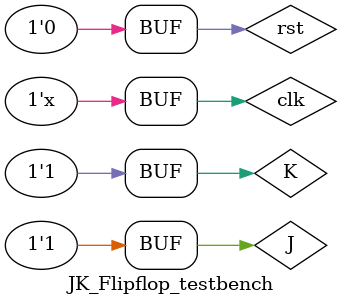
<source format=v>
`timescale 1ns / 1ps


module JK_Flipflop_testbench;
    reg J,K,clk,rst;
    wire Q,Qbar;
    JK_Flipflop_design uut(J,K,clk,rst,Q,Qbar);
        initial begin
            clk = 0;
            rst = 1;
            J = 0;
            K = 0;
            #10 rst = 0;
            #10 {J,K} = 2'b01;
            #10 {J,K} = 2'b00;
            #10 {J,K} = 2'b01;
            #10 {J,K} = 2'b10;
            #10 {J,K} = 2'b11;
            #10 {J,K} = 2'b10;
            #10 {J,K} = 2'b00;
            #10 {J,K} = 2'b01;
            #10 {J,K} = 2'b10;
            #10 {J,K} = 2'b11;         
        end
    always #5 clk = ~clk;
endmodule
</source>
